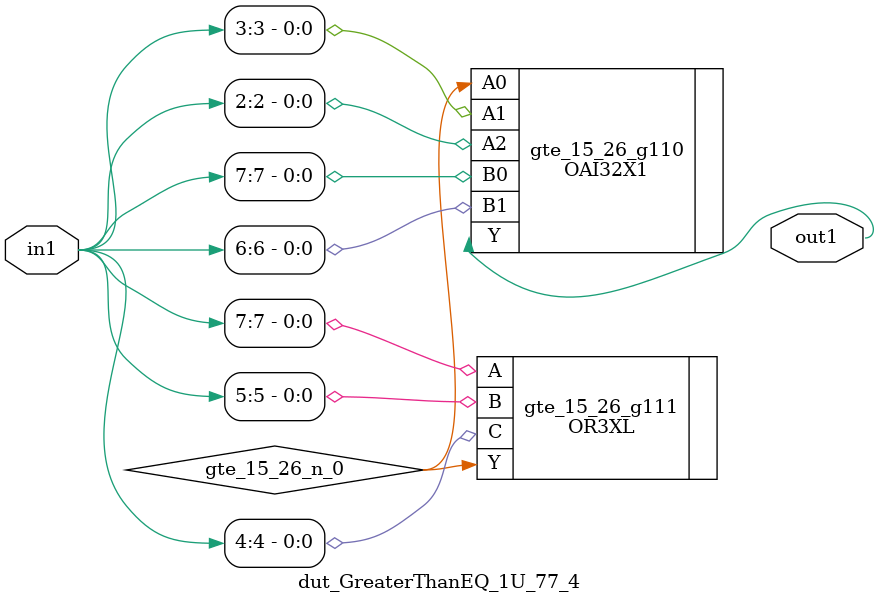
<source format=v>
`timescale 1ps / 1ps


module dut_GreaterThanEQ_1U_77_4(in1, out1);
  input [7:0] in1;
  output out1;
  wire [7:0] in1;
  wire out1;
  wire gte_15_26_n_0;
  OAI32X1 gte_15_26_g110(.A0 (gte_15_26_n_0), .A1 (in1[3]), .A2
       (in1[2]), .B0 (in1[7]), .B1 (in1[6]), .Y (out1));
  OR3XL gte_15_26_g111(.A (in1[7]), .B (in1[5]), .C (in1[4]), .Y
       (gte_15_26_n_0));
endmodule



</source>
